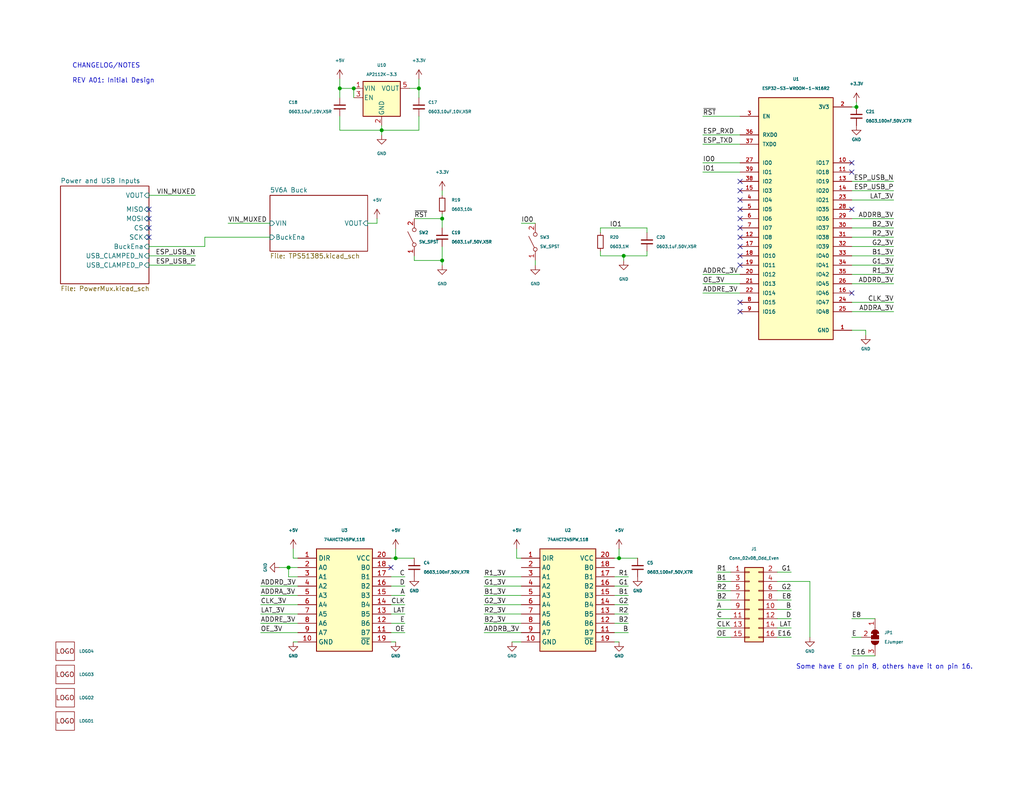
<source format=kicad_sch>
(kicad_sch (version 20230121) (generator eeschema)
  (paper "USLetter")
  (title_block (title "Main") (date "2024-02-03") (rev "A01"))
  (lib_symbols
    (symbol "74AHCT245PW,118_1"
      (property "Reference" "U" (at 2.54 7.62 0))
      (property "Value" "74AHCT245PW,118" (at 2.54 5.08 0))
      (symbol "74AHCT245PW,118_1_1_1"
        (rectangle (start 5.08 2.54) (end 20.32 -25.4) (stroke (width 0.254)) (fill (type background)))
        (pin passive line (at 0 0 0) (length 5.08) (name "DIR") (number "1"))
        (pin passive line (at 0 -22.86 0) (length 5.08) (name "GND") (number "10"))
        (pin passive line (at 25.4 -20.32 180) (length 5.08) (name "B7") (number "11"))
        (pin passive line (at 25.4 -17.78 180) (length 5.08) (name "B6") (number "12"))
        (pin passive line (at 25.4 -15.24 180) (length 5.08) (name "B5") (number "13"))
        (pin passive line (at 25.4 -12.7 180) (length 5.08) (name "B4") (number "14"))
        (pin passive line (at 25.4 -10.16 180) (length 5.08) (name "B3") (number "15"))
        (pin passive line (at 25.4 -7.62 180) (length 5.08) (name "B2") (number "16"))
        (pin passive line (at 25.4 -5.08 180) (length 5.08) (name "B1") (number "17"))
        (pin passive line (at 25.4 -2.54 180) (length 5.08) (name "B0") (number "18"))
        (pin passive line (at 25.4 -22.86 180) (length 5.08) (name "~{OE}") (number "19"))
        (pin passive line (at 0 -2.54 0) (length 5.08) (name "A0") (number "2"))
        (pin passive line (at 25.4 0 180) (length 5.08) (name "VCC") (number "20"))
        (pin passive line (at 0 -5.08 0) (length 5.08) (name "A1") (number "3"))
        (pin passive line (at 0 -7.62 0) (length 5.08) (name "A2") (number "4"))
        (pin passive line (at 0 -10.16 0) (length 5.08) (name "A3") (number "5"))
        (pin passive line (at 0 -12.7 0) (length 5.08) (name "A4") (number "6"))
        (pin passive line (at 0 -15.24 0) (length 5.08) (name "A5") (number "7"))
        (pin passive line (at 0 -17.78 0) (length 5.08) (name "A6") (number "8"))
        (pin passive line (at 0 -20.32 0) (length 5.08) (name "A7") (number "9"))
      )
    )
    (symbol "Connector_Generic:Conn_02x08_Odd_Even" (pin_names (offset 1.016) hide)
      (property "Reference" "J" (at 1.27 10.16 0))
      (property "Value" "Conn_02x08_Odd_Even" (at 1.27 -12.7 0))
      (symbol "Conn_02x08_Odd_Even_1_1"
        (rectangle (start -1.27 -10.033) (end 0 -10.287) (stroke (width 0.1524)))
        (rectangle (start -1.27 -7.493) (end 0 -7.747) (stroke (width 0.1524)))
        (rectangle (start -1.27 -4.953) (end 0 -5.207) (stroke (width 0.1524)))
        (rectangle (start -1.27 -2.413) (end 0 -2.667) (stroke (width 0.1524)))
        (rectangle (start -1.27 0.127) (end 0 -0.127) (stroke (width 0.1524)))
        (rectangle (start -1.27 2.667) (end 0 2.413) (stroke (width 0.1524)))
        (rectangle (start -1.27 5.207) (end 0 4.953) (stroke (width 0.1524)))
        (rectangle (start -1.27 7.747) (end 0 7.493) (stroke (width 0.1524)))
        (rectangle (start -1.27 8.89) (end 3.81 -11.43) (stroke (width 0.254)) (fill (type background)))
        (rectangle (start 3.81 -10.033) (end 2.54 -10.287) (stroke (width 0.1524)))
        (rectangle (start 3.81 -7.493) (end 2.54 -7.747) (stroke (width 0.1524)))
        (rectangle (start 3.81 -4.953) (end 2.54 -5.207) (stroke (width 0.1524)))
        (rectangle (start 3.81 -2.413) (end 2.54 -2.667) (stroke (width 0.1524)))
        (rectangle (start 3.81 0.127) (end 2.54 -0.127) (stroke (width 0.1524)))
        (rectangle (start 3.81 2.667) (end 2.54 2.413) (stroke (width 0.1524)))
        (rectangle (start 3.81 5.207) (end 2.54 4.953) (stroke (width 0.1524)))
        (rectangle (start 3.81 7.747) (end 2.54 7.493) (stroke (width 0.1524)))
        (pin passive line (at -5.08 7.62 0) (length 3.81) (name "Pin_1") (number "1"))
        (pin passive line (at 7.62 -2.54 180) (length 3.81) (name "Pin_10") (number "10"))
        (pin passive line (at -5.08 -5.08 0) (length 3.81) (name "Pin_11") (number "11"))
        (pin passive line (at 7.62 -5.08 180) (length 3.81) (name "Pin_12") (number "12"))
        (pin passive line (at -5.08 -7.62 0) (length 3.81) (name "Pin_13") (number "13"))
        (pin passive line (at 7.62 -7.62 180) (length 3.81) (name "Pin_14") (number "14"))
        (pin passive line (at -5.08 -10.16 0) (length 3.81) (name "Pin_15") (number "15"))
        (pin passive line (at 7.62 -10.16 180) (length 3.81) (name "Pin_16") (number "16"))
        (pin passive line (at 7.62 7.62 180) (length 3.81) (name "Pin_2") (number "2"))
        (pin passive line (at -5.08 5.08 0) (length 3.81) (name "Pin_3") (number "3"))
        (pin passive line (at 7.62 5.08 180) (length 3.81) (name "Pin_4") (number "4"))
        (pin passive line (at -5.08 2.54 0) (length 3.81) (name "Pin_5") (number "5"))
        (pin passive line (at 7.62 2.54 180) (length 3.81) (name "Pin_6") (number "6"))
        (pin passive line (at -5.08 0 0) (length 3.81) (name "Pin_7") (number "7"))
        (pin passive line (at 7.62 0 180) (length 3.81) (name "Pin_8") (number "8"))
        (pin passive line (at -5.08 -2.54 0) (length 3.81) (name "Pin_9") (number "9"))
      )
    )
    (symbol "Jumper:SolderJumper_3_Bridged12" (pin_names (offset 0) hide)
      (property "Reference" "JP" (at -2.54 -2.54 0))
      (property "Value" "SolderJumper_3_Bridged12" (at 0 2.794 0))
      (symbol "SolderJumper_3_Bridged12_0_1"
        (rectangle (start -1.016 0.508) (end -0.508 -0.508) (fill (type outline)))
        (arc (start -1.016 1.016) (mid -2.0276 0) (end -1.016 -1.016))
        (arc (start -1.016 1.016) (mid -2.0276 0) (end -1.016 -1.016) (fill (type outline)))
        (rectangle (start -0.508 1.016) (end 0.508 -1.016) (fill (type outline)))
        (polyline (pts (xy -2.54 0) (xy -2.032 0)))
        (polyline (pts (xy -1.016 1.016) (xy -1.016 -1.016)))
        (polyline (pts (xy 0 -1.27) (xy 0 -1.016)))
        (polyline (pts (xy 1.016 1.016) (xy 1.016 -1.016)))
        (polyline (pts (xy 2.54 0) (xy 2.032 0)))
        (arc (start 1.016 -1.016) (mid 2.0276 0) (end 1.016 1.016))
        (arc (start 1.016 -1.016) (mid 2.0276 0) (end 1.016 1.016) (fill (type outline)))
      )
      (symbol "SolderJumper_3_Bridged12_1_1"
        (pin passive line (at -5.08 0 0) (length 2.54) (name "A") (number "1"))
        (pin passive line (at 0 -3.81 90) (length 2.54) (name "C") (number "2"))
        (pin passive line (at 5.08 0 180) (length 2.54) (name "B") (number "3"))
      )
    )
    (symbol "Regulator_Linear:AP2112K-3.3" (pin_names (offset 0.254))
      (property "Reference" "U" (at -5.08 5.715 0))
      (property "Value" "AP2112K-3.3" (at 0 5.715 0))
      (symbol "AP2112K-3.3_0_1"
        (rectangle (start -5.08 4.445) (end 5.08 -5.08) (stroke (width 0.254)) (fill (type background)))
      )
      (symbol "AP2112K-3.3_1_1"
        (pin power_in line (at -7.62 2.54 0) (length 2.54) (name "VIN") (number "1"))
        (pin power_in line (at 0 -7.62 90) (length 2.54) (name "GND") (number "2"))
        (pin input line (at -7.62 0 0) (length 2.54) (name "EN") (number "3"))
        (pin no_connect line (at 5.08 0 180) (length 2.54) hide (name "NC") (number "4"))
        (pin power_out line (at 7.62 2.54 180) (length 2.54) (name "VOUT") (number "5"))
      )
    )
    (symbol "Switch:SW_SPST" (pin_names (offset 0) hide)
      (property "Reference" "SW" (at 0 3.175 0))
      (property "Value" "SW_SPST" (at 0 -2.54 0))
      (symbol "SW_SPST_0_0"
        (circle (center -2.032 0) (radius 0.508))
        (polyline (pts (xy -1.524 0.254) (xy 1.524 1.778)))
        (circle (center 2.032 0) (radius 0.508))
      )
      (symbol "SW_SPST_1_1"
        (pin passive line (at -5.08 0 0) (length 2.54) (name "A") (number "1"))
        (pin passive line (at 5.08 0 180) (length 2.54) (name "B") (number "2"))
      )
    )
    (symbol "WS_LCSC_ICs:74AHCT245PW,118"
      (property "Reference" "U" (at 2.54 7.62 0))
      (property "Value" "74AHCT245PW,118" (at 2.54 5.08 0))
      (symbol "74AHCT245PW,118_1_1"
        (rectangle (start 5.08 2.54) (end 20.32 -25.4) (stroke (width 0.254)) (fill (type background)))
        (pin passive line (at 0 0 0) (length 5.08) (name "DIR") (number "1"))
        (pin passive line (at 0 -22.86 0) (length 5.08) (name "GND") (number "10"))
        (pin passive line (at 25.4 -20.32 180) (length 5.08) (name "B7") (number "11"))
        (pin passive line (at 25.4 -17.78 180) (length 5.08) (name "B6") (number "12"))
        (pin passive line (at 25.4 -15.24 180) (length 5.08) (name "B5") (number "13"))
        (pin passive line (at 25.4 -12.7 180) (length 5.08) (name "B4") (number "14"))
        (pin passive line (at 25.4 -10.16 180) (length 5.08) (name "B3") (number "15"))
        (pin passive line (at 25.4 -7.62 180) (length 5.08) (name "B2") (number "16"))
        (pin passive line (at 25.4 -5.08 180) (length 5.08) (name "B1") (number "17"))
        (pin passive line (at 25.4 -2.54 180) (length 5.08) (name "B0") (number "18"))
        (pin passive line (at 25.4 -22.86 180) (length 5.08) (name "~{OE}") (number "19"))
        (pin passive line (at 0 -2.54 0) (length 5.08) (name "A0") (number "2"))
        (pin passive line (at 25.4 0 180) (length 5.08) (name "VCC") (number "20"))
        (pin passive line (at 0 -5.08 0) (length 5.08) (name "A1") (number "3"))
        (pin passive line (at 0 -7.62 0) (length 5.08) (name "A2") (number "4"))
        (pin passive line (at 0 -10.16 0) (length 5.08) (name "A3") (number "5"))
        (pin passive line (at 0 -12.7 0) (length 5.08) (name "A4") (number "6"))
        (pin passive line (at 0 -15.24 0) (length 5.08) (name "A5") (number "7"))
        (pin passive line (at 0 -17.78 0) (length 5.08) (name "A6") (number "8"))
        (pin passive line (at 0 -20.32 0) (length 5.08) (name "A7") (number "9"))
      )
    )
    (symbol "WS_LCSC_Mechanical:LOGO" (in_bom no)
      (property "Reference" "LOGO" (at 0 3.81 0))
      (symbol "LOGO_0_1"
        (rectangle (start -2.54 2.54) (end 2.54 -2.54))
      )
      (symbol "LOGO_1_1"
        (text "LOGO" (at 0 0 0) (effects (font (size 1.27 1.27))))
      )
    )
    (symbol "WS_Modules:ESP32-S3-WROOM-1-N16R2" (pin_names (offset 1.016))
      (property "Reference" "U" (at -10.16 34.1122 0))
      (property "Value" "ESP32-S3-WROOM-1-N16R2" (at -10.16 -35.56 0))
      (symbol "ESP32-S3-WROOM-1-N16R2_0_0"
        (rectangle (start -10.16 -33.02) (end 10.16 33.02) (stroke (width 0.254)) (fill (type background)))
        (pin power_in line (at 15.24 -30.48 180) (length 5.08) (name "GND") (number "1"))
        (pin bidirectional line (at 15.24 15.24 180) (length 5.08) (name "IO17") (number "10"))
        (pin bidirectional line (at 15.24 12.7 180) (length 5.08) (name "IO18") (number "11"))
        (pin bidirectional line (at -15.24 -5.08 0) (length 5.08) (name "IO8") (number "12"))
        (pin bidirectional line (at 15.24 10.16 180) (length 5.08) (name "IO19") (number "13"))
        (pin bidirectional line (at 15.24 7.62 180) (length 5.08) (name "IO20") (number "14"))
        (pin bidirectional line (at -15.24 7.62 0) (length 5.08) (name "IO3") (number "15"))
        (pin bidirectional line (at 15.24 -20.32 180) (length 5.08) (name "IO46") (number "16"))
        (pin bidirectional line (at -15.24 -7.62 0) (length 5.08) (name "IO9") (number "17"))
        (pin bidirectional line (at -15.24 -10.16 0) (length 5.08) (name "IO10") (number "18"))
        (pin bidirectional line (at -15.24 -12.7 0) (length 5.08) (name "IO11") (number "19"))
        (pin power_in line (at 15.24 30.48 180) (length 5.08) (name "3V3") (number "2"))
        (pin bidirectional line (at -15.24 -15.24 0) (length 5.08) (name "IO12") (number "20"))
        (pin bidirectional line (at -15.24 -17.78 0) (length 5.08) (name "IO13") (number "21"))
        (pin bidirectional line (at -15.24 -20.32 0) (length 5.08) (name "IO14") (number "22"))
        (pin bidirectional line (at 15.24 5.08 180) (length 5.08) (name "IO21") (number "23"))
        (pin bidirectional line (at 15.24 -22.86 180) (length 5.08) (name "IO47") (number "24"))
        (pin bidirectional line (at 15.24 -25.4 180) (length 5.08) (name "IO48") (number "25"))
        (pin bidirectional line (at 15.24 -17.78 180) (length 5.08) (name "IO45") (number "26"))
        (pin bidirectional line (at -15.24 15.24 0) (length 5.08) (name "IO0") (number "27"))
        (pin bidirectional line (at 15.24 2.54 180) (length 5.08) (name "IO35") (number "28"))
        (pin bidirectional line (at 15.24 0 180) (length 5.08) (name "IO36") (number "29"))
        (pin input line (at -15.24 27.94 0) (length 5.08) (name "EN") (number "3"))
        (pin bidirectional line (at 15.24 -2.54 180) (length 5.08) (name "IO37") (number "30"))
        (pin bidirectional line (at 15.24 -5.08 180) (length 5.08) (name "IO38") (number "31"))
        (pin bidirectional line (at 15.24 -7.62 180) (length 5.08) (name "IO39") (number "32"))
        (pin bidirectional line (at 15.24 -10.16 180) (length 5.08) (name "IO40") (number "33"))
        (pin bidirectional line (at 15.24 -12.7 180) (length 5.08) (name "IO41") (number "34"))
        (pin bidirectional line (at 15.24 -15.24 180) (length 5.08) (name "IO42") (number "35"))
        (pin bidirectional line (at -15.24 22.86 0) (length 5.08) (name "RXD0") (number "36"))
        (pin bidirectional line (at -15.24 20.32 0) (length 5.08) (name "TXD0") (number "37"))
        (pin bidirectional line (at -15.24 10.16 0) (length 5.08) (name "IO2") (number "38"))
        (pin bidirectional line (at -15.24 12.7 0) (length 5.08) (name "IO1") (number "39"))
        (pin bidirectional line (at -15.24 5.08 0) (length 5.08) (name "IO4") (number "4"))
        (pin bidirectional line (at -15.24 2.54 0) (length 5.08) (name "IO5") (number "5"))
        (pin bidirectional line (at -15.24 0 0) (length 5.08) (name "IO6") (number "6"))
        (pin bidirectional line (at -15.24 -2.54 0) (length 5.08) (name "IO7") (number "7"))
        (pin bidirectional line (at -15.24 -22.86 0) (length 5.08) (name "IO15") (number "8"))
        (pin bidirectional line (at -15.24 -25.4 0) (length 5.08) (name "IO16") (number "9"))
      )
      (symbol "ESP32-S3-WROOM-1-N16R2_1_0"
        (pin power_in line (at 15.24 -30.48 180) (length 5.08) hide (name "GND") (number "40"))
        (pin power_in line (at 15.24 -30.48 180) (length 5.08) hide (name "GND") (number "41"))
        (pin power_in line (at 15.24 -30.48 180) (length 5.08) hide (name "GND") (number "41_2"))
        (pin power_in line (at 15.24 -30.48 180) (length 5.08) hide (name "GND") (number "41_3"))
        (pin power_in line (at 15.24 -30.48 180) (length 5.08) hide (name "GND") (number "41_4"))
        (pin power_in line (at 15.24 -30.48 180) (length 5.08) hide (name "GND") (number "41_5"))
        (pin power_in line (at 15.24 -30.48 180) (length 5.08) hide (name "GND") (number "41_6"))
        (pin power_in line (at 15.24 -30.48 180) (length 5.08) hide (name "GND") (number "41_7"))
        (pin power_in line (at 15.24 -30.48 180) (length 5.08) hide (name "GND") (number "41_8"))
        (pin power_in line (at 15.24 -30.48 180) (length 5.08) hide (name "GND") (number "41_9"))
      )
    )
    (symbol "jlcpcb-basic-capacitor:0402,100nF,50V,X7R "
      (property "Reference" "C" (at 1.71 0.508 0))
      (property "Value" "0402,100nF,50V,X7R " (at 1.71 -1.016 0))
      (symbol "0402,100nF,50V,X7R _0_0"
        (polyline (pts (xy -1.524 -0.508) (xy 1.524 -0.508)) (stroke (width 0.3048)))
        (polyline (pts (xy -1.524 0.508) (xy 1.524 0.508)) (stroke (width 0.3048)))
        (pin passive line (at 0 2.54 270) (length 2.032) (name "~") (number "1"))
        (pin passive line (at 0 -2.54 90) (length 2.032) (name "~") (number "2"))
      )
    )
    (symbol "jlcpcb-basic-capacitor:0402,1uF,25V,X5R "
      (property "Reference" "C" (at 1.71 0.508 0))
      (property "Value" "0402,1uF,25V,X5R " (at 1.71 -1.016 0))
      (symbol "0402,1uF,25V,X5R _0_0"
        (polyline (pts (xy -1.524 -0.508) (xy 1.524 -0.508)) (stroke (width 0.3048)))
        (polyline (pts (xy -1.524 0.508) (xy 1.524 0.508)) (stroke (width 0.3048)))
        (pin passive line (at 0 2.54 270) (length 2.032) (name "~") (number "1"))
        (pin passive line (at 0 -2.54 90) (length 2.032) (name "~") (number "2"))
      )
    )
    (symbol "jlcpcb-basic-capacitor:0603,10uF,10V,X5R "
      (property "Reference" "C" (at 1.71 0.508 0))
      (property "Value" "0603,10uF,10V,X5R " (at 1.71 -1.016 0))
      (symbol "0603,10uF,10V,X5R _0_0"
        (polyline (pts (xy -1.524 -0.508) (xy 1.524 -0.508)) (stroke (width 0.3048)))
        (polyline (pts (xy -1.524 0.508) (xy 1.524 0.508)) (stroke (width 0.3048)))
        (pin passive line (at 0 2.54 270) (length 2.032) (name "~") (number "1"))
        (pin passive line (at 0 -2.54 90) (length 2.032) (name "~") (number "2"))
      )
    )
    (symbol "jlcpcb-basic-resistor:0402,10k"
      (property "Reference" "R" (at 0.762 0.508 0))
      (property "Value" "0402,10k" (at 0.762 -1.016 0))
      (symbol "0402,10k_0_0"
        (rectangle (start -0.762 1.778) (end 0.762 -1.778) (stroke (width 0.2032)))
        (pin passive line (at 0 2.54 270) (length 0.762) (name "~") (number "1"))
        (pin passive line (at 0 -2.54 90) (length 0.762) (name "~") (number "2"))
      )
    )
    (symbol "jlcpcb-basic-resistor:0402,1M"
      (property "Reference" "R" (at 0.762 0.508 0))
      (property "Value" "0402,1M" (at 0.762 -1.016 0))
      (symbol "0402,1M_0_0"
        (rectangle (start -0.762 1.778) (end 0.762 -1.778) (stroke (width 0.2032)))
        (pin passive line (at 0 2.54 270) (length 0.762) (name "~") (number "1"))
        (pin passive line (at 0 -2.54 90) (length 0.762) (name "~") (number "2"))
      )
    )
    (symbol "power:+3.3V" (power) (pin_names (offset 0))
      (property "Value" "+3.3V" (at 0 3.556 0))
      (symbol "+3.3V_0_1"
        (polyline (pts (xy -0.762 1.27) (xy 0 2.54)))
        (polyline (pts (xy 0 0) (xy 0 2.54)))
        (polyline (pts (xy 0 2.54) (xy 0.762 1.27)))
      )
      (symbol "+3.3V_1_1"
        (pin power_in line (at 0 0 90) (length 0) hide (name "+3.3V") (number "1"))
      )
    )
    (symbol "power:+5V" (power) (pin_names (offset 0))
      (property "Value" "+5V" (at 0 3.556 0))
      (symbol "+5V_0_1"
        (polyline (pts (xy -0.762 1.27) (xy 0 2.54)))
        (polyline (pts (xy 0 0) (xy 0 2.54)))
        (polyline (pts (xy 0 2.54) (xy 0.762 1.27)))
      )
      (symbol "+5V_1_1"
        (pin power_in line (at 0 0 90) (length 0) hide (name "+5V") (number "1"))
      )
    )
    (symbol "power:GND" (power) (pin_names (offset 0))
      (property "Value" "GND" (at 0 -3.81 0))
      (symbol "GND_0_1"
        (polyline (pts (xy 0 0) (xy 0 -1.27) (xy 1.27 -1.27) (xy 0 -2.54) (xy -1.27 -1.27) (xy 0 -1.27)))
      )
      (symbol "GND_1_1"
        (pin power_in line (at 0 0 270) (length 0) hide (name "GND") (number "1"))
      )
    )
  )
  (junction (at 78.74 154.94))
  (junction (at 168.91 152.4))
  (junction (at 120.65 71.12))
  (junction (at 92.71 24.13))
  (junction (at 233.68 29.21))
  (junction (at 170.18 69.85))
  (junction (at 114.3 24.13))
  (junction (at 104.14 35.56))
  (junction (at 120.65 59.69))
  (junction (at 96.52 24.13))
  (junction (at 107.95 152.4))
  (no_connect (at 201.93 82.55))
  (no_connect (at 201.93 52.07))
  (no_connect (at 201.93 69.85))
  (no_connect (at 232.41 80.01))
  (no_connect (at 40.64 57.15))
  (no_connect (at 201.93 85.09))
  (no_connect (at 201.93 72.39))
  (no_connect (at 40.64 59.69))
  (no_connect (at 201.93 62.23))
  (no_connect (at 232.41 57.15))
  (no_connect (at 201.93 57.15))
  (no_connect (at 40.64 62.23))
  (no_connect (at 201.93 49.53))
  (no_connect (at 201.93 54.61))
  (no_connect (at 232.41 46.99))
  (no_connect (at 201.93 67.31))
  (no_connect (at 201.93 59.69))
  (no_connect (at 232.41 44.45))
  (no_connect (at 40.64 64.77))
  (no_connect (at 201.93 64.77))
  (no_connect (at 106.68 154.94))
  (wire (pts (xy 191.77 44.45) (xy 201.93 44.45)))
  (wire (pts (xy 167.64 167.64) (xy 171.45 167.64)))
  (wire (pts (xy 191.77 31.75) (xy 201.93 31.75)))
  (wire (pts (xy 191.77 80.01) (xy 201.93 80.01)))
  (wire (pts (xy 96.52 24.13) (xy 96.52 26.67)))
  (wire (pts (xy 236.22 90.17) (xy 236.22 91.44)))
  (wire (pts (xy 191.77 74.93) (xy 201.93 74.93)))
  (wire (pts (xy 142.24 157.48) (xy 132.08 157.48)))
  (wire (pts (xy 81.28 167.64) (xy 71.12 167.64)))
  (wire (pts (xy 102.87 60.96) (xy 100.33 60.96)))
  (wire (pts (xy 81.28 170.18) (xy 71.12 170.18)))
  (wire (pts (xy 232.41 29.21) (xy 233.68 29.21)))
  (wire (pts (xy 78.74 157.48) (xy 81.28 157.48)))
  (wire (pts (xy 212.09 168.91) (xy 215.9 168.91)))
  (wire (pts (xy 62.23 60.96) (xy 73.66 60.96)))
  (wire (pts (xy 80.01 149.86) (xy 80.01 152.4)))
  (wire (pts (xy 191.77 36.83) (xy 201.93 36.83)))
  (wire (pts (xy 168.91 152.4) (xy 168.91 149.86)))
  (wire (pts (xy 168.91 152.4) (xy 173.99 152.4)))
  (wire (pts (xy 191.77 39.37) (xy 201.93 39.37)))
  (wire (pts (xy 243.84 59.69) (xy 232.41 59.69)))
  (wire (pts (xy 199.39 156.21) (xy 195.58 156.21)))
  (wire (pts (xy 81.28 175.26) (xy 80.01 175.26)))
  (wire (pts (xy 55.88 64.77) (xy 73.66 64.77)))
  (wire (pts (xy 40.64 67.31) (xy 55.88 67.31)))
  (wire (pts (xy 167.64 170.18) (xy 171.45 170.18)))
  (wire (pts (xy 232.41 82.55) (xy 243.84 82.55)))
  (wire (pts (xy 106.68 152.4) (xy 107.95 152.4)))
  (wire (pts (xy 140.97 152.4) (xy 142.24 152.4)))
  (wire (pts (xy 167.64 162.56) (xy 171.45 162.56)))
  (wire (pts (xy 106.68 160.02) (xy 110.49 160.02)))
  (wire (pts (xy 212.09 173.99) (xy 215.9 173.99)))
  (wire (pts (xy 120.65 52.07) (xy 120.65 53.34)))
  (wire (pts (xy 232.41 62.23) (xy 243.84 62.23)))
  (wire (pts (xy 120.65 58.42) (xy 120.65 59.69)))
  (wire (pts (xy 142.24 172.72) (xy 132.08 172.72)))
  (wire (pts (xy 113.03 71.12) (xy 120.65 71.12)))
  (wire (pts (xy 78.74 154.94) (xy 76.2 154.94)))
  (wire (pts (xy 106.68 172.72) (xy 110.49 172.72)))
  (wire (pts (xy 107.95 152.4) (xy 113.03 152.4)))
  (wire (pts (xy 199.39 158.75) (xy 195.58 158.75)))
  (wire (pts (xy 199.39 168.91) (xy 195.58 168.91)))
  (wire (pts (xy 114.3 31.75) (xy 114.3 35.56)))
  (wire (pts (xy 243.84 49.53) (xy 232.41 49.53)))
  (wire (pts (xy 81.28 165.1) (xy 71.12 165.1)))
  (wire (pts (xy 199.39 173.99) (xy 195.58 173.99)))
  (wire (pts (xy 55.88 67.31) (xy 55.88 64.77)))
  (wire (pts (xy 220.98 158.75) (xy 220.98 173.99)))
  (wire (pts (xy 142.24 167.64) (xy 132.08 167.64)))
  (wire (pts (xy 120.65 72.39) (xy 120.65 71.12)))
  (wire (pts (xy 114.3 24.13) (xy 111.76 24.13)))
  (wire (pts (xy 81.28 160.02) (xy 71.12 160.02)))
  (wire (pts (xy 232.41 77.47) (xy 243.84 77.47)))
  (wire (pts (xy 167.64 157.48) (xy 171.45 157.48)))
  (wire (pts (xy 167.64 175.26) (xy 168.91 175.26)))
  (wire (pts (xy 167.64 165.1) (xy 171.45 165.1)))
  (wire (pts (xy 142.24 165.1) (xy 132.08 165.1)))
  (wire (pts (xy 199.39 171.45) (xy 195.58 171.45)))
  (wire (pts (xy 232.41 168.91) (xy 238.76 168.91)))
  (wire (pts (xy 102.87 59.69) (xy 102.87 60.96)))
  (wire (pts (xy 114.3 24.13) (xy 114.3 26.67)))
  (wire (pts (xy 232.41 52.07) (xy 243.84 52.07)))
  (wire (pts (xy 80.01 152.4) (xy 81.28 152.4)))
  (wire (pts (xy 106.68 162.56) (xy 110.49 162.56)))
  (wire (pts (xy 212.09 158.75) (xy 220.98 158.75)))
  (wire (pts (xy 191.77 46.99) (xy 201.93 46.99)))
  (wire (pts (xy 167.64 172.72) (xy 171.45 172.72)))
  (wire (pts (xy 106.68 167.64) (xy 110.49 167.64)))
  (wire (pts (xy 113.03 69.85) (xy 113.03 71.12)))
  (wire (pts (xy 243.84 54.61) (xy 232.41 54.61)))
  (wire (pts (xy 107.95 149.86) (xy 107.95 152.4)))
  (wire (pts (xy 146.05 72.39) (xy 146.05 71.12)))
  (wire (pts (xy 78.74 154.94) (xy 78.74 157.48)))
  (wire (pts (xy 232.41 72.39) (xy 243.84 72.39)))
  (wire (pts (xy 92.71 21.59) (xy 92.71 24.13)))
  (wire (pts (xy 40.64 53.34) (xy 53.34 53.34)))
  (wire (pts (xy 167.64 160.02) (xy 171.45 160.02)))
  (wire (pts (xy 140.97 149.86) (xy 140.97 152.4)))
  (wire (pts (xy 139.7 175.26) (xy 142.24 175.26)))
  (wire (pts (xy 176.53 69.85) (xy 176.53 68.58)))
  (wire (pts (xy 132.08 170.18) (xy 142.24 170.18)))
  (wire (pts (xy 199.39 166.37) (xy 195.58 166.37)))
  (wire (pts (xy 81.28 172.72) (xy 71.12 172.72)))
  (wire (pts (xy 163.83 68.58) (xy 163.83 69.85)))
  (wire (pts (xy 199.39 161.29) (xy 195.58 161.29)))
  (wire (pts (xy 106.68 175.26) (xy 107.95 175.26)))
  (wire (pts (xy 232.41 90.17) (xy 236.22 90.17)))
  (wire (pts (xy 176.53 62.23) (xy 176.53 63.5)))
  (wire (pts (xy 191.77 77.47) (xy 201.93 77.47)))
  (wire (pts (xy 232.41 64.77) (xy 243.84 64.77)))
  (wire (pts (xy 163.83 69.85) (xy 170.18 69.85)))
  (wire (pts (xy 163.83 62.23) (xy 176.53 62.23)))
  (wire (pts (xy 106.68 165.1) (xy 110.49 165.1)))
  (wire (pts (xy 120.65 67.31) (xy 120.65 71.12)))
  (wire (pts (xy 142.24 60.96) (xy 146.05 60.96)))
  (wire (pts (xy 81.28 162.56) (xy 71.12 162.56)))
  (wire (pts (xy 142.24 160.02) (xy 132.08 160.02)))
  (wire (pts (xy 106.68 170.18) (xy 110.49 170.18)))
  (wire (pts (xy 232.41 67.31) (xy 243.84 67.31)))
  (wire (pts (xy 232.41 69.85) (xy 243.84 69.85)))
  (wire (pts (xy 104.14 35.56) (xy 104.14 34.29)))
  (wire (pts (xy 170.18 71.12) (xy 170.18 69.85)))
  (wire (pts (xy 92.71 31.75) (xy 92.71 35.56)))
  (wire (pts (xy 40.64 69.85) (xy 53.34 69.85)))
  (wire (pts (xy 113.03 59.69) (xy 120.65 59.69)))
  (wire (pts (xy 199.39 163.83) (xy 195.58 163.83)))
  (wire (pts (xy 120.65 59.69) (xy 120.65 62.23)))
  (wire (pts (xy 92.71 35.56) (xy 104.14 35.56)))
  (wire (pts (xy 232.41 179.07) (xy 238.76 179.07)))
  (wire (pts (xy 212.09 166.37) (xy 215.9 166.37)))
  (wire (pts (xy 233.68 29.21) (xy 233.68 27.94)))
  (wire (pts (xy 232.41 173.99) (xy 234.95 173.99)))
  (wire (pts (xy 232.41 85.09) (xy 243.84 85.09)))
  (wire (pts (xy 170.18 69.85) (xy 176.53 69.85)))
  (wire (pts (xy 92.71 24.13) (xy 96.52 24.13)))
  (wire (pts (xy 212.09 171.45) (xy 215.9 171.45)))
  (wire (pts (xy 104.14 36.83) (xy 104.14 35.56)))
  (wire (pts (xy 232.41 74.93) (xy 243.84 74.93)))
  (wire (pts (xy 114.3 35.56) (xy 104.14 35.56)))
  (wire (pts (xy 212.09 156.21) (xy 215.9 156.21)))
  (wire (pts (xy 167.64 152.4) (xy 168.91 152.4)))
  (wire (pts (xy 212.09 161.29) (xy 215.9 161.29)))
  (wire (pts (xy 81.28 154.94) (xy 78.74 154.94)))
  (wire (pts (xy 40.64 72.39) (xy 53.34 72.39)))
  (wire (pts (xy 92.71 26.67) (xy 92.71 24.13)))
  (wire (pts (xy 212.09 163.83) (xy 215.9 163.83)))
  (wire (pts (xy 106.68 157.48) (xy 110.49 157.48)))
  (wire (pts (xy 114.3 21.59) (xy 114.3 24.13)))
  (wire (pts (xy 163.83 62.23) (xy 163.83 63.5)))
  (wire (pts (xy 142.24 162.56) (xy 132.08 162.56)))
  (text "Some have E on pin 8, others have it on pin 16. " (at 217.17 182.88 0) (effects (font (size 1.27 1.27)) (justify left bottom)))
  (text "CHANGELOG/NOTES\n\nREV A01: Initial Design\n" (at 19.685 22.86 0) (effects (font (size 1.27 1.27)) (justify left bottom)))
  (label "VIN_MUXED" (at 53.34 53.34 180))
  (label "VIN_MUXED" (at 62.23 60.96 0))
  (label "A" (at 110.49 162.56 180))
  (label "IO1" (at 191.77 46.99 0))
  (label "C" (at 110.49 157.48 180))
  (label "ESP_USB_N" (at 243.84 49.53 180))
  (label "G1" (at 171.45 160.02 180))
  (label "OE_3V" (at 71.12 172.72 0))
  (label "R2" (at 195.58 161.29 0))
  (label "ADDRA_3V" (at 71.12 162.56 0))
  (label "B2_3V" (at 132.08 170.18 0))
  (label "C" (at 195.58 168.91 0))
  (label "ESP_TXD" (at 191.77 39.37 0))
  (label "R2_3V" (at 132.08 167.64 0))
  (label "R2" (at 171.45 167.64 180))
  (label "CLK" (at 195.58 171.45 0))
  (label "CLK" (at 110.49 165.1 180))
  (label "G1" (at 215.9 156.21 180))
  (label "~{RST}" (at 191.77 31.75 0))
  (label "E" (at 110.49 170.18 180))
  (label "G1_3V" (at 243.84 72.39 180))
  (label "B2" (at 171.45 170.18 180))
  (label "ADDRA_3V" (at 243.84 85.09 180))
  (label "ADDRB_3V" (at 132.08 172.72 0))
  (label "R1" (at 171.45 157.48 180))
  (label "E" (at 232.41 173.99 0))
  (label "D" (at 215.9 168.91 180))
  (label "LAT_3V" (at 243.84 54.61 180))
  (label "R2_3V" (at 243.84 64.77 180))
  (label "G2" (at 171.45 165.1 180))
  (label "ADDRC_3V" (at 191.77 74.93 0))
  (label "ADDRE_3V" (at 71.12 170.18 0))
  (label "IO0" (at 191.77 44.45 0))
  (label "CLK_3V" (at 243.84 82.55 180))
  (label "D" (at 110.49 160.02 180))
  (label "E16" (at 232.41 179.07 0))
  (label "G2" (at 215.9 161.29 180))
  (label "B" (at 215.9 166.37 180))
  (label "G2_3V" (at 243.84 67.31 180))
  (label "ADDRE_3V" (at 191.77 80.01 0))
  (label "OE" (at 110.49 172.72 180))
  (label "B1_3V" (at 132.08 162.56 0))
  (label "B1" (at 171.45 162.56 180))
  (label "ESP_USB_P" (at 53.34 72.39 180))
  (label "E8" (at 215.9 163.83 180))
  (label "CLK_3V" (at 71.12 165.1 0))
  (label "B1" (at 195.58 158.75 0))
  (label "E16" (at 215.9 173.99 180))
  (label "ESP_USB_N" (at 53.34 69.85 180))
  (label "B2_3V" (at 243.84 62.23 180))
  (label "A" (at 195.58 166.37 0))
  (label "R1" (at 195.58 156.21 0))
  (label "E8" (at 232.41 168.91 0))
  (label "LAT_3V" (at 71.12 167.64 0))
  (label "B1_3V" (at 243.84 69.85 180))
  (label "R1_3V" (at 243.84 74.93 180))
  (label "ESP_RXD" (at 191.77 36.83 0))
  (label "OE_3V" (at 191.77 77.47 0))
  (label "IO1" (at 166.37 62.23 0))
  (label "B" (at 171.45 172.72 180))
  (label "LAT" (at 215.9 171.45 180))
  (label "~{RST}" (at 113.03 59.69 0))
  (label "R1_3V" (at 132.08 157.48 0))
  (label "G1_3V" (at 132.08 160.02 0))
  (label "LAT" (at 110.49 167.64 180))
  (label "OE" (at 195.58 173.99 0))
  (label "ESP_USB_P" (at 243.84 52.07 180))
  (label "ADDRB_3V" (at 243.84 59.69 180))
  (label "ADDRD_3V" (at 243.84 77.47 180))
  (label "B2" (at 195.58 163.83 0))
  (label "G2_3V" (at 132.08 165.1 0))
  (label "IO0" (at 142.24 60.96 0))
  (label "ADDRD_3V" (at 71.12 160.02 0))
  (symbol (lib_id "power:GND") (at 146.05 72.39 0) (unit 1)
    (property "Reference" "#PWR034" (effects hide))
    (property "Value" "GND" (at 146.05 77.47 0) (effects (font (size 0.8 0.8))))
  )
  (symbol (lib_id "Jumper:SolderJumper_3_Bridged12") (at 238.76 173.99 270) (unit 1)
    (property "Reference" "JP1" (at 241.3 172.72 90) (effects (font (size 0.8 0.8)) (justify left)))
    (property "Value" "EJumper" (at 241.3 175.26 90) (effects (font (size 0.8 0.8)) (justify left)))
    (property "Footprint" "Jumper:SolderJumper-3_P2.0mm_Open_TrianglePad1.0x1.5mm" (effects hide))
  )
  (symbol (lib_id "power:GND") (at 76.2 154.94 270) (unit 1)
    (property "Reference" "#PWR07" (effects hide))
    (property "Value" "GND" (at 72.39 154.94 0) (effects (font (size 0.8 0.8))))
  )
  (symbol (lib_id "power:GND") (at 236.22 91.44 0) (unit 1)
    (property "Reference" "#PWR08" (effects hide))
    (property "Value" "GND" (at 236.22 95.25 0) (effects (font (size 0.8 0.8))))
  )
  (symbol (lib_id "power:+5V") (at 102.87 59.69 0) (unit 1)
    (property "Reference" "#PWR028" (effects hide))
    (property "Value" "+5V" (at 102.87 54.61 0) (effects (font (size 0.8 0.8))))
  )
  (symbol (lib_id "power:GND") (at 104.14 36.83 0) (unit 1)
    (property "Reference" "#PWR030" (effects hide))
    (property "Value" "GND" (at 104.14 41.91 0) (effects (font (size 0.8 0.8))))
  )
  (symbol (lib_id "jlcpcb-basic-capacitor:0402,100nF,50V,X7R ") (at 173.99 154.94 0) (unit 1)
    (property "Reference" "C5" (at 176.53 153.67 0) (effects (font (size 0.8 0.8)) (justify left)))
    (property "Value" "0603,100nF,50V,X7R " (at 176.53 156.21 0) (effects (font (size 0.8 0.8)) (justify left)))
    (property "Footprint" "C_0603_1608Metric" (effects hide))
    (property "Datasheet" "https://datasheet.lcsc.com/lcsc/1810191222_Samsung-Electro-Mechanics-CL05B104KB54PNC_C307331.pdf" (effects hide))
    (property "LCSC" "C307331" (effects hide))
    (property "MFG" "Samsung Electro-Mechanics" (effects hide))
    (property "MFGPN" "CL05B104KB54PNC" (effects hide))
  )
  (symbol (lib_id "WS_LCSC_Mechanical:LOGO") (at 17.78 196.85 0) (unit 1) (in_bom no)
    (property "Reference" "LOGO1" (at 21.59 196.85 0) (effects (font (size 0.8 0.8)) (justify left)))
    (property "Value" "~" (at 17.78 196.85 0) (effects (font (size 0.8 0.8))))
    (property "Footprint" "WS_LCSC_Mechanical:Logo" (effects hide))
  )
  (symbol (lib_id "power:GND") (at 173.99 157.48 0) (unit 1)
    (property "Reference" "#PWR026" (effects hide))
    (property "Value" "GND" (at 173.99 161.29 0) (effects (font (size 0.8 0.8))))
  )
  (symbol (lib_id "jlcpcb-basic-capacitor:0402,1uF,25V,X5R ") (at 120.65 64.77 0) (unit 1)
    (property "Reference" "C19" (at 123.19 63.5 0) (effects (font (size 0.8 0.8)) (justify left)))
    (property "Value" "0603,1uF,50V,X5R " (at 123.19 66.04 0) (effects (font (size 0.8 0.8)) (justify left)))
    (property "Footprint" "C_0603_1608Metric" (effects hide))
    (property "Datasheet" "https://datasheet.lcsc.com/lcsc/1811091611_Samsung-Electro-Mechanics-CL05A105KA5NQNC_C52923.pdf" (effects hide))
    (property "LCSC" "C52923" (effects hide))
    (property "MFG" "Samsung Electro-Mechanics" (effects hide))
    (property "MFGPN" "CL05A105KA5NQNC" (effects hide))
  )
  (symbol (lib_id "Connector_Generic:Conn_02x08_Odd_Even") (at 204.47 163.83 0) (unit 1)
    (property "Reference" "J1" (at 205.74 149.86 0) (effects (font (size 0.8 0.8))))
    (property "Value" "Conn_02x08_Odd_Even" (at 205.74 152.4 0) (effects (font (size 0.8 0.8))))
    (property "Footprint" "Connector_PinHeader_2.54mm:PinHeader_2x08_P2.54mm_Vertical" (effects hide))
  )
  (symbol (lib_id "jlcpcb-basic-resistor:0402,10k") (at 120.65 55.88 0) (unit 1)
    (property "Reference" "R19" (at 123.19 54.61 0) (effects (font (size 0.8 0.8)) (justify left)))
    (property "Value" "0603,10k" (at 123.19 57.15 0) (effects (font (size 0.8 0.8)) (justify left)))
    (property "Footprint" "Resistor_SMD:R_0603_1608Metric" (effects hide))
    (property "Datasheet" "https://datasheet.lcsc.com/lcsc/2110260030_UNI-ROYAL-Uniroyal-Elec-0402WGF1002TCE_C25744.pdf" (effects hide))
    (property "LCSC" "C25744" (effects hide))
    (property "MFG" "UNI-ROYAL(Uniroyal Elec)" (effects hide))
    (property "MFGPN" "0402WGF1002TCE" (effects hide))
  )
  (symbol (lib_id "power:GND") (at 168.91 175.26 0) (unit 1)
    (property "Reference" "#PWR06" (effects hide))
    (property "Value" "GND" (at 168.91 179.07 0) (effects (font (size 0.8 0.8))))
  )
  (symbol (lib_id "WS_LCSC_Mechanical:LOGO") (at 17.78 190.5 0) (unit 1) (in_bom no)
    (property "Reference" "LOGO2" (at 21.59 190.5 0) (effects (font (size 0.8 0.8)) (justify left)))
    (property "Value" "~" (at 17.78 190.5 0) (effects (font (size 0.8 0.8))))
    (property "Footprint" "WS_LCSC_Mechanical:EECSLogo" (effects hide))
  )
  (symbol (lib_id "power:GND") (at 120.65 72.39 0) (unit 1)
    (property "Reference" "#PWR033" (effects hide))
    (property "Value" "GND" (at 120.65 77.47 0) (effects (font (size 0.8 0.8))))
  )
  (symbol (lib_id "power:+5V") (at 140.97 149.86 0) (unit 1)
    (property "Reference" "#PWR017" (effects hide))
    (property "Value" "+5V" (at 140.97 144.78 0) (effects (font (size 0.8 0.8))))
  )
  (symbol (lib_id "power:GND") (at 107.95 175.26 0) (unit 1)
    (property "Reference" "#PWR05" (effects hide))
    (property "Value" "GND" (at 107.95 179.07 0) (effects (font (size 0.8 0.8))))
  )
  (symbol (lib_id "power:GND") (at 139.7 175.26 0) (unit 1)
    (property "Reference" "#PWR03" (effects hide))
    (property "Value" "GND" (at 139.7 179.07 0) (effects (font (size 0.8 0.8))))
  )
  (symbol (lib_id "power:+5V") (at 107.95 149.86 0) (unit 1)
    (property "Reference" "#PWR010" (effects hide))
    (property "Value" "+5V" (at 107.95 144.78 0) (effects (font (size 0.8 0.8))))
  )
  (symbol (lib_id "power:+5V") (at 92.71 21.59 0) (unit 1)
    (property "Reference" "#PWR031" (effects hide))
    (property "Value" "+5V" (at 92.71 16.51 0) (effects (font (size 0.8 0.8))))
  )
  (symbol (lib_id "Switch:SW_SPST") (at 146.05 66.04 90) (unit 1)
    (property "Reference" "SW3" (at 147.32 64.77 90) (effects (font (size 0.8 0.8)) (justify right)))
    (property "Value" "SW_SPST" (at 147.32 67.31 90) (effects (font (size 0.8 0.8)) (justify right)))
    (property "Footprint" "Button_Switch_SMD:SW_SPST_PTS810" (effects hide))
  )
  (symbol (lib_id "jlcpcb-basic-resistor:0402,1M") (at 163.83 66.04 0) (unit 1)
    (property "Reference" "R20" (at 166.37 64.77 0) (effects (font (size 0.8 0.8)) (justify left)))
    (property "Value" "0603,1M" (at 166.37 67.31 0) (effects (font (size 0.8 0.8)) (justify left)))
    (property "Footprint" "Resistor_SMD:R_0603_1608Metric" (effects hide))
    (property "Datasheet" "https://datasheet.lcsc.com/lcsc/2110260130_UNI-ROYAL-Uniroyal-Elec-0402WGF1004TCE_C26083.pdf" (effects hide))
    (property "LCSC" "C26083" (effects hide))
    (property "MFG" "UNI-ROYAL(Uniroyal Elec)" (effects hide))
    (property "MFGPN" "0402WGF1004TCE" (effects hide))
  )
  (symbol (lib_id "jlcpcb-basic-capacitor:0603,10uF,10V,X5R ") (at 92.71 29.21 0) (unit 1)
    (property "Reference" "C18" (at 78.74 27.94 0) (effects (font (size 0.8 0.8)) (justify left)))
    (property "Value" "0603,10uF,10V,X5R " (at 78.74 30.48 0) (effects (font (size 0.8 0.8)) (justify left)))
    (property "Footprint" "C_0603_1608Metric" (effects hide))
    (property "Datasheet" "https://datasheet.lcsc.com/lcsc/1810191219_Samsung-Electro-Mechanics-CL10A106KP8NNNC_C19702.pdf" (effects hide))
    (property "LCSC" "C19702" (effects hide))
    (property "MFG" "Samsung Electro-Mechanics" (effects hide))
    (property "MFGPN" "CL10A106KP8NNNC" (effects hide))
  )
  (symbol (lib_id "power:GND") (at 233.68 34.29 0) (unit 1)
    (property "Reference" "#PWR037" (effects hide))
    (property "Value" "GND" (at 233.68 38.1 0) (effects (font (size 0.8 0.8))))
  )
  (symbol (lib_name "74AHCT245PW,118_1") (lib_id "WS_LCSC_ICs:74AHCT245PW,118") (at 142.24 152.4 0) (unit 1)
    (property "Reference" "U2" (at 154.94 144.78 0) (effects (font (size 0.8 0.8))))
    (property "Value" "74AHCT245PW,118" (at 154.94 147.32 0) (effects (font (size 0.8 0.8))))
    (property "Footprint" "Package_SO:TSSOP-20_4.4x6.5mm_P0.65mm" (effects hide))
    (property "Datasheet" "https://assets.nexperia.com/documents/data-sheet/74AHC_AHCT245.pdf" (effects hide))
  )
  (symbol (lib_id "WS_LCSC_Mechanical:LOGO") (at 17.78 184.15 0) (unit 1) (in_bom no)
    (property "Reference" "LOGO3" (at 21.59 184.15 0) (effects (font (size 0.8 0.8)) (justify left)))
    (property "Value" "~" (at 17.78 184.15 0) (effects (font (size 0.8 0.8))))
    (property "Footprint" "WS_LCSC_Mechanical:EdgertonLogo" (effects hide))
  )
  (symbol (lib_id "Regulator_Linear:AP2112K-3.3") (at 104.14 26.67 0) (unit 1)
    (property "Reference" "U10" (at 104.14 17.78 0) (effects (font (size 0.8 0.8))))
    (property "Value" "AP2112K-3.3" (at 104.14 20.32 0) (effects (font (size 0.8 0.8))))
    (property "Footprint" "Package_TO_SOT_SMD:SOT-23-5" (effects hide))
    (property "Datasheet" "https://www.diodes.com/assets/Datasheets/AP2112.pdf" (effects hide))
  )
  (symbol (lib_id "power:GND") (at 80.01 175.26 0) (unit 1)
    (property "Reference" "#PWR04" (effects hide))
    (property "Value" "GND" (at 80.01 179.07 0) (effects (font (size 0.8 0.8))))
  )
  (symbol (lib_id "power:GND") (at 220.98 173.99 0) (unit 1)
    (property "Reference" "#PWR01" (effects hide))
    (property "Value" "GND" (at 220.98 177.8 0) (effects (font (size 0.8 0.8))))
  )
  (symbol (lib_id "power:+5V") (at 168.91 149.86 0) (unit 1)
    (property "Reference" "#PWR021" (effects hide))
    (property "Value" "+5V" (at 168.91 144.78 0) (effects (font (size 0.8 0.8))))
  )
  (symbol (lib_id "power:+3.3V") (at 114.3 21.59 0) (unit 1)
    (property "Reference" "#PWR029" (effects hide))
    (property "Value" "+3.3V" (at 114.3 16.51 0) (effects (font (size 0.8 0.8))))
  )
  (symbol (lib_id "power:+3.3V") (at 120.65 52.07 0) (unit 1)
    (property "Reference" "#PWR032" (effects hide))
    (property "Value" "+3.3V" (at 120.65 46.99 0) (effects (font (size 0.8 0.8))))
  )
  (symbol (lib_id "jlcpcb-basic-capacitor:0402,1uF,25V,X5R ") (at 176.53 66.04 0) (unit 1)
    (property "Reference" "C20" (at 179.07 64.77 0) (effects (font (size 0.8 0.8)) (justify left)))
    (property "Value" "0603,1uF,50V,X5R " (at 179.07 67.31 0) (effects (font (size 0.8 0.8)) (justify left)))
    (property "Footprint" "C_0603_1608Metric" (effects hide))
    (property "Datasheet" "https://datasheet.lcsc.com/lcsc/1811091611_Samsung-Electro-Mechanics-CL05A105KA5NQNC_C52923.pdf" (effects hide))
    (property "LCSC" "C52923" (effects hide))
    (property "MFG" "Samsung Electro-Mechanics" (effects hide))
    (property "MFGPN" "CL05A105KA5NQNC" (effects hide))
  )
  (symbol (lib_id "jlcpcb-basic-capacitor:0603,10uF,10V,X5R ") (at 114.3 29.21 0) (unit 1)
    (property "Reference" "C17" (at 116.84 27.94 0) (effects (font (size 0.8 0.8)) (justify left)))
    (property "Value" "0603,10uF,10V,X5R " (at 116.84 30.48 0) (effects (font (size 0.8 0.8)) (justify left)))
    (property "Footprint" "C_0603_1608Metric" (effects hide))
    (property "Datasheet" "https://datasheet.lcsc.com/lcsc/1810191219_Samsung-Electro-Mechanics-CL10A106KP8NNNC_C19702.pdf" (effects hide))
    (property "LCSC" "C19702" (effects hide))
    (property "MFG" "Samsung Electro-Mechanics" (effects hide))
    (property "MFGPN" "CL10A106KP8NNNC" (effects hide))
  )
  (symbol (lib_id "WS_Modules:ESP32-S3-WROOM-1-N16R2") (at 217.17 59.69 0) (unit 1)
    (property "Reference" "U1" (at 217.17 21.59 0) (effects (font (size 0.8 0.8))))
    (property "Value" "ESP32-S3-WROOM-1-N16R2" (at 217.17 24.13 0) (effects (font (size 0.8 0.8))))
    (property "Footprint" "RF_Module:ESP32-S3-WROOM-1" (effects hide))
    (property "Datasheet" "https://www.espressif.com/sites/default/files/documentation/esp32-s3-wroom-1_wroom-1u_datasheet_en.pdf" (effects hide))
  )
  (symbol (lib_id "Switch:SW_SPST") (at 113.03 64.77 90) (unit 1)
    (property "Reference" "SW2" (at 114.3 63.5 90) (effects (font (size 0.8 0.8)) (justify right)))
    (property "Value" "SW_SPST" (at 114.3 66.04 90) (effects (font (size 0.8 0.8)) (justify right)))
    (property "Footprint" "Button_Switch_SMD:SW_SPST_PTS810" (effects hide))
  )
  (symbol (lib_id "power:GND") (at 170.18 71.12 0) (unit 1)
    (property "Reference" "#PWR035" (effects hide))
    (property "Value" "GND" (at 170.18 76.2 0) (effects (font (size 0.8 0.8))))
  )
  (symbol (lib_id "WS_LCSC_ICs:74AHCT245PW,118") (at 81.28 152.4 0) (unit 1)
    (property "Reference" "U3" (at 93.98 144.78 0) (effects (font (size 0.8 0.8))))
    (property "Value" "74AHCT245PW,118" (at 93.98 147.32 0) (effects (font (size 0.8 0.8))))
    (property "Footprint" "Package_SO:TSSOP-20_4.4x6.5mm_P0.65mm" (effects hide))
    (property "Datasheet" "https://assets.nexperia.com/documents/data-sheet/74AHC_AHCT245.pdf" (effects hide))
  )
  (symbol (lib_id "power:+5V") (at 80.01 149.86 0) (unit 1)
    (property "Reference" "#PWR012" (effects hide))
    (property "Value" "+5V" (at 80.01 144.78 0) (effects (font (size 0.8 0.8))))
  )
  (symbol (lib_id "jlcpcb-basic-capacitor:0402,100nF,50V,X7R ") (at 113.03 154.94 0) (unit 1)
    (property "Reference" "C4" (at 115.57 153.67 0) (effects (font (size 0.8 0.8)) (justify left)))
    (property "Value" "0603,100nF,50V,X7R " (at 115.57 156.21 0) (effects (font (size 0.8 0.8)) (justify left)))
    (property "Footprint" "C_0603_1608Metric" (effects hide))
    (property "Datasheet" "https://datasheet.lcsc.com/lcsc/1810191222_Samsung-Electro-Mechanics-CL05B104KB54PNC_C307331.pdf" (effects hide))
    (property "LCSC" "C307331" (effects hide))
    (property "MFG" "Samsung Electro-Mechanics" (effects hide))
    (property "MFGPN" "CL05B104KB54PNC" (effects hide))
  )
  (symbol (lib_id "power:GND") (at 113.03 157.48 0) (unit 1)
    (property "Reference" "#PWR025" (effects hide))
    (property "Value" "GND" (at 113.03 161.29 0) (effects (font (size 0.8 0.8))))
  )
  (symbol (lib_id "WS_LCSC_Mechanical:LOGO") (at 17.78 177.8 0) (unit 1) (in_bom no)
    (property "Reference" "LOGO4" (at 21.59 177.8 0) (effects (font (size 0.8 0.8)) (justify left)))
    (property "Value" "~" (at 17.78 177.8 0) (effects (font (size 0.8 0.8))))
    (property "Footprint" "WS_LCSC_Mechanical:MechELogo" (effects hide))
  )
  (symbol (lib_id "jlcpcb-basic-capacitor:0402,100nF,50V,X7R ") (at 233.68 31.75 0) (unit 1)
    (property "Reference" "C21" (at 236.22 30.48 0) (effects (font (size 0.8 0.8)) (justify left)))
    (property "Value" "0603,100nF,50V,X7R " (at 236.22 33.02 0) (effects (font (size 0.8 0.8)) (justify left)))
    (property "Footprint" "C_0603_1608Metric" (effects hide))
    (property "Datasheet" "https://datasheet.lcsc.com/lcsc/1810191222_Samsung-Electro-Mechanics-CL05B104KB54PNC_C307331.pdf" (effects hide))
    (property "LCSC" "C307331" (effects hide))
    (property "MFG" "Samsung Electro-Mechanics" (effects hide))
    (property "MFGPN" "CL05B104KB54PNC" (effects hide))
  )
  (symbol (lib_id "power:+3.3V") (at 233.68 27.94 0) (unit 1)
    (property "Reference" "#PWR036" (effects hide))
    (property "Value" "+3.3V" (at 233.68 22.86 0) (effects (font (size 0.8 0.8))))
  )
  (sheet (at 16.51 50.8) (size 24.13 26.67) (stroke (width 0.1524))
    (property "Sheetname" "Power and USB Inputs" (at 16.51 50.0884 0) (effects (justify left bottom)))
    (property "Sheetfile" "PowerMux.kicad_sch" (at 16.51 78.0546 0) (effects (justify left top)))
    (pin "VOUT" input (at 40.64 53.34 0))
    (pin "MOSI" input (at 40.64 59.69 0))
    (pin "CS" input (at 40.64 62.23 0))
    (pin "SCK" input (at 40.64 64.77 0))
    (pin "MISO" input (at 40.64 57.15 0))
    (pin "USB_CLAMPED_N" input (at 40.64 69.85 0))
    (pin "USB_CLAMPED_P" input (at 40.64 72.39 0))
    (pin "BuckEna" input (at 40.64 67.31 0))
  )
  (sheet (at 73.66 53.34) (size 26.67 15.24) (stroke (width 0.1524))
    (property "Sheetname" "5V6A Buck" (at 73.66 52.6284 0) (effects (justify left bottom)))
    (property "Sheetfile" "TPS51385.kicad_sch" (at 73.66 69.1646 0) (effects (justify left top)))
    (pin "VIN" input (at 73.66 60.96 180))
    (pin "VOUT" input (at 100.33 60.96 0))
    (pin "BuckEna" input (at 73.66 64.77 180))
  )
)
</source>
